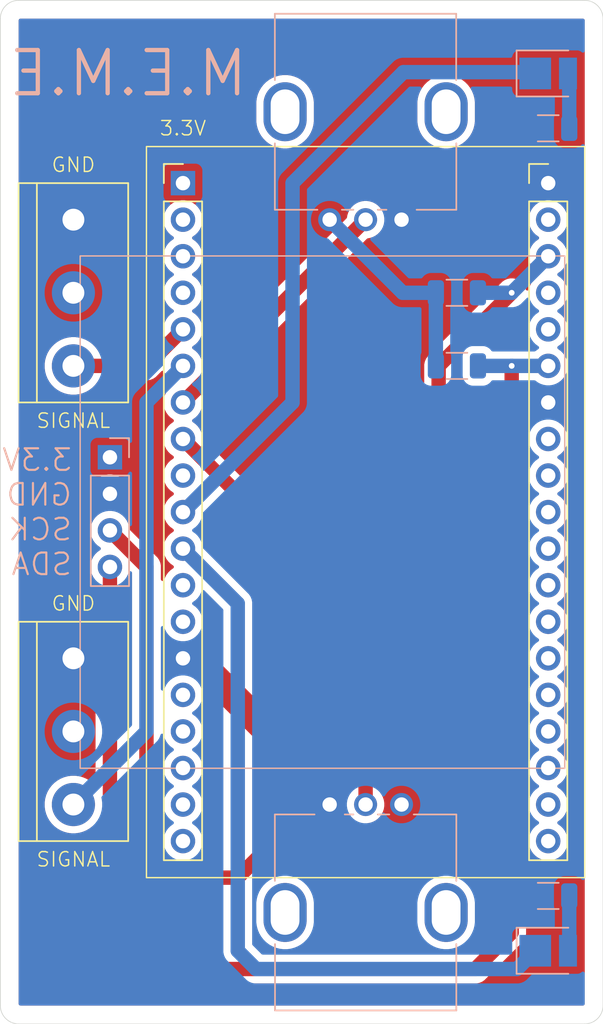
<source format=kicad_pcb>
(kicad_pcb (version 20241229) (generator "pcbnew") (generator_version "9.0")
  (layers (0 "F.Cu" signal) (2 "B.Cu" signal) (13 "F.Paste" user) (15 "B.Paste" user) (5 "F.SilkS" user "F.Silkscreen") (7 "B.SilkS" user "B.Silkscreen") (1 "F.Mask" user) (3 "B.Mask" user) (25 "Edge.Cuts" user))
  (net 0 "")
  (net 1 "Net-(D1-K)")
  (net 2 "Net-(D1-A)")
  (net 3 "Net-(D2-K)")
  (net 4 "Net-(D2-A)")
  (net 5 "GND")
  (net 6 "Net-(J1-Pin_3)")
  (net 7 "+3.3V")
  (net 8 "Net-(J2-Pin_3)")
  (net 13 "+5V")
  (net 14 "Net-(J3-Pin_7)")
  (net 15 "Net-(J3-Pin_8)")
  (net 28 "Net-(J4-Pin_6)")
  (net 33 "Net-(J4-Pin_3)")
  (footprint "Connector_PinHeader_2.54mm:PinHeader_1x19_P2.54mm_Vertical" (layer "F.Cu") (at 101.6 50.8)
    (property "Reference" "J4" (hide yes))
    (property "Value" "Conn_01x19_Socket" (hide yes))
    (fp_line (start -1.33 -1.33) (end 0 -1.33) (stroke (width 0.12)) (layer "F.SilkS"))
    (fp_line (start -1.33 0) (end -1.33 -1.33) (stroke (width 0.12)) (layer "F.SilkS"))
    (fp_line (start -1.33 1.27) (end -1.33 47.05) (stroke (width 0.12)) (layer "F.SilkS"))
    (fp_line (start -1.33 1.27) (end 1.33 1.27) (stroke (width 0.12)) (layer "F.SilkS"))
    (fp_line (start -1.33 47.05) (end 1.33 47.05) (stroke (width 0.12)) (layer "F.SilkS"))
    (fp_line (start 1.33 1.27) (end 1.33 47.05) (stroke (width 0.12)) (layer "F.SilkS"))
    (pad "1" thru_hole rect (at 0 0) (size 1.7 1.7) (drill 1) (layers "*.Cu" "*.Mask") (net 5 "GND"))
    (pad "2" thru_hole oval (at 0 2.54) (size 1.7 1.7) (drill 1) (layers "*.Cu" "*.Mask"))
    (pad "3" thru_hole oval (at 0 5.08) (size 1.7 1.7) (drill 1) (layers "*.Cu" "*.Mask") (net 33 "Net-(J4-Pin_3)"))
    (pad "4" thru_hole oval (at 0 7.62) (size 1.7 1.7) (drill 1) (layers "*.Cu" "*.Mask"))
    (pad "5" thru_hole oval (at 0 10.16) (size 1.7 1.7) (drill 1) (layers "*.Cu" "*.Mask"))
    (pad "6" thru_hole oval (at 0 12.7) (size 1.7 1.7) (drill 1) (layers "*.Cu" "*.Mask") (net 28 "Net-(J4-Pin_6)"))
    (pad "7" thru_hole oval (at 0 15.24) (size 1.7 1.7) (drill 1) (layers "*.Cu" "*.Mask") (net 5 "GND"))
    (pad "8" thru_hole oval (at 0 17.78) (size 1.7 1.7) (drill 1) (layers "*.Cu" "*.Mask"))
    (pad "9" thru_hole oval (at 0 20.32) (size 1.7 1.7) (drill 1) (layers "*.Cu" "*.Mask"))
    (pad "10" thru_hole oval (at 0 22.86) (size 1.7 1.7) (drill 1) (layers "*.Cu" "*.Mask"))
    (pad "11" thru_hole oval (at 0 25.4) (size 1.7 1.7) (drill 1) (layers "*.Cu" "*.Mask"))
    (pad "12" thru_hole oval (at 0 27.94) (size 1.7 1.7) (drill 1) (layers "*.Cu" "*.Mask"))
    (pad "13" thru_hole oval (at 0 30.48) (size 1.7 1.7) (drill 1) (layers "*.Cu" "*.Mask"))
    (pad "14" thru_hole oval (at 0 33.02) (size 1.7 1.7) (drill 1) (layers "*.Cu" "*.Mask"))
    (pad "15" thru_hole oval (at 0 35.56) (size 1.7 1.7) (drill 1) (layers "*.Cu" "*.Mask"))
    (pad "16" thru_hole oval (at 0 38.1) (size 1.7 1.7) (drill 1) (layers "*.Cu" "*.Mask"))
    (pad "17" thru_hole oval (at 0 40.64) (size 1.7 1.7) (drill 1) (layers "*.Cu" "*.Mask"))
    (pad "18" thru_hole oval (at 0 43.18) (size 1.7 1.7) (drill 1) (layers "*.Cu" "*.Mask"))
    (pad "19" thru_hole oval (at 0 45.72) (size 1.7 1.7) (drill 1) (layers "*.Cu" "*.Mask"))
  )
  (footprint "TerminalBlock:TerminalBlock_bornier-3_P5.08mm" (layer "F.Cu") (at 68.58 83.82 -90)
    (property "Reference" "J1" (hide yes))
    (property "Value" "Conn_01x03_Pin" (hide yes))
    (fp_line (start -2.54 3.81) (end 12.7 3.81) (stroke (width 0.12)) (layer "F.SilkS"))
    (fp_line (start -2.54 3.81) (end -2.54 -3.81) (stroke (width 0.12)) (layer "F.SilkS"))
    (fp_line (start 12.7 3.81) (end 12.7 -3.81) (stroke (width 0.12)) (layer "F.SilkS"))
    (fp_line (start -2.54 2.54) (end 12.7 2.54) (stroke (width 0.12)) (layer "F.SilkS"))
    (fp_line (start -2.54 -3.81) (end 12.7 -3.81) (stroke (width 0.12)) (layer "F.SilkS"))
    (pad "1" thru_hole rect (at 0 0 270) (size 3 3) (drill 1.52) (layers "*.Cu" "*.Mask") (net 5 "GND"))
    (pad "2" thru_hole circle (at 5.08 0 270) (size 3 3) (drill 1.52) (layers "*.Cu" "*.Mask") (net 7 "+3.3V"))
    (pad "3" thru_hole circle (at 10.16 0 270) (size 3 3) (drill 1.52) (layers "*.Cu" "*.Mask") (net 6 "Net-(J1-Pin_3)"))
  )
  (footprint "TerminalBlock:TerminalBlock_bornier-3_P5.08mm" (layer "F.Cu") (at 68.58 53.34 -90)
    (property "Reference" "J2" (hide yes))
    (property "Value" "Conn_01x03_Pin" (hide yes))
    (fp_line (start -2.54 3.81) (end 12.7 3.81) (stroke (width 0.12)) (layer "F.SilkS"))
    (fp_line (start -2.54 3.81) (end -2.54 -3.81) (stroke (width 0.12)) (layer "F.SilkS"))
    (fp_line (start 12.7 3.81) (end 12.7 -3.81) (stroke (width 0.12)) (layer "F.SilkS"))
    (fp_line (start -2.54 2.54) (end 12.7 2.54) (stroke (width 0.12)) (layer "F.SilkS"))
    (fp_line (start -2.54 -3.81) (end 12.7 -3.81) (stroke (width 0.12)) (layer "F.SilkS"))
    (pad "1" thru_hole rect (at 0 0 270) (size 3 3) (drill 1.52) (layers "*.Cu" "*.Mask") (net 5 "GND"))
    (pad "2" thru_hole circle (at 5.08 0 270) (size 3 3) (drill 1.52) (layers "*.Cu" "*.Mask") (net 7 "+3.3V"))
    (pad "3" thru_hole circle (at 10.16 0 270) (size 3 3) (drill 1.52) (layers "*.Cu" "*.Mask") (net 8 "Net-(J2-Pin_3)"))
  )
  (footprint "Connector_PinHeader_2.54mm:PinHeader_1x19_P2.54mm_Vertical" (layer "F.Cu") (at 76.2 50.8)
    (property "Reference" "J3" (hide yes))
    (property "Value" "Conn_01x19_Socket" (hide yes))
    (fp_line (start -1.33 -1.33) (end 0 -1.33) (stroke (width 0.12)) (layer "F.SilkS"))
    (fp_line (start -1.33 0) (end -1.33 -1.33) (stroke (width 0.12)) (layer "F.SilkS"))
    (fp_line (start -1.33 1.27) (end -1.33 47.05) (stroke (width 0.12)) (layer "F.SilkS"))
    (fp_line (start -1.33 1.27) (end 1.33 1.27) (stroke (width 0.12)) (layer "F.SilkS"))
    (fp_line (start -1.33 47.05) (end 1.33 47.05) (stroke (width 0.12)) (layer "F.SilkS"))
    (fp_line (start 1.33 1.27) (end 1.33 47.05) (stroke (width 0.12)) (layer "F.SilkS"))
    (pad "1" thru_hole rect (at 0 0) (size 1.7 1.7) (drill 1) (layers "*.Cu" "*.Mask") (net 7 "+3.3V"))
    (pad "2" thru_hole oval (at 0 2.54) (size 1.7 1.7) (drill 1) (layers "*.Cu" "*.Mask"))
    (pad "3" thru_hole oval (at 0 5.08) (size 1.7 1.7) (drill 1) (layers "*.Cu" "*.Mask"))
    (pad "4" thru_hole oval (at 0 7.62) (size 1.7 1.7) (drill 1) (layers "*.Cu" "*.Mask"))
    (pad "5" thru_hole oval (at 0 10.16) (size 1.7 1.7) (drill 1) (layers "*.Cu" "*.Mask") (net 8 "Net-(J2-Pin_3)"))
    (pad "6" thru_hole oval (at 0 12.7) (size 1.7 1.7) (drill 1) (layers "*.Cu" "*.Mask") (net 6 "Net-(J1-Pin_3)"))
    (pad "7" thru_hole oval (at 0 15.24) (size 1.7 1.7) (drill 1) (layers "*.Cu" "*.Mask") (net 14 "Net-(J3-Pin_7)"))
    (pad "8" thru_hole oval (at 0 17.78) (size 1.7 1.7) (drill 1) (layers "*.Cu" "*.Mask") (net 15 "Net-(J3-Pin_8)"))
    (pad "9" thru_hole oval (at 0 20.32) (size 1.7 1.7) (drill 1) (layers "*.Cu" "*.Mask"))
    (pad "10" thru_hole oval (at 0 22.86) (size 1.7 1.7) (drill 1) (layers "*.Cu" "*.Mask") (net 2 "Net-(D1-A)"))
    (pad "11" thru_hole oval (at 0 25.4) (size 1.7 1.7) (drill 1) (layers "*.Cu" "*.Mask") (net 4 "Net-(D2-A)"))
    (pad "12" thru_hole oval (at 0 27.94) (size 1.7 1.7) (drill 1) (layers "*.Cu" "*.Mask"))
    (pad "13" thru_hole oval (at 0 30.48) (size 1.7 1.7) (drill 1) (layers "*.Cu" "*.Mask"))
    (pad "14" thru_hole oval (at 0 33.02) (size 1.7 1.7) (drill 1) (layers "*.Cu" "*.Mask") (net 5 "GND"))
    (pad "15" thru_hole oval (at 0 35.56) (size 1.7 1.7) (drill 1) (layers "*.Cu" "*.Mask"))
    (pad "16" thru_hole oval (at 0 38.1) (size 1.7 1.7) (drill 1) (layers "*.Cu" "*.Mask"))
    (pad "17" thru_hole oval (at 0 40.64) (size 1.7 1.7) (drill 1) (layers "*.Cu" "*.Mask"))
    (pad "18" thru_hole oval (at 0 43.18) (size 1.7 1.7) (drill 1) (layers "*.Cu" "*.Mask"))
    (pad "19" thru_hole oval (at 0 45.72) (size 1.7 1.7) (drill 1) (layers "*.Cu" "*.Mask") (net 13 "+5V"))
  )
  (footprint "Resistor_SMD:R_1206_3216Metric" (layer "B.Cu") (at 101.6 46.99 180)
    (property "Reference" "R3" (hide yes))
    (property "Value" "650R")
    (fp_line (start -0.727064 0.91) (end 0.727064 0.91) (stroke (width 0.12)) (layer "B.SilkS"))
    (fp_line (start -0.727064 -0.91) (end 0.727064 -0.91) (stroke (width 0.12)) (layer "B.SilkS"))
    (pad "1" smd roundrect (at -1.4625 0 180) (size 1.125 1.75) (layers "B.Cu" "B.Mask" "B.Paste") (roundrect_rratio 0.222222) (net 1 "Net-(D1-K)"))
    (pad "2" smd roundrect (at 1.4625 0 180) (size 1.125 1.75) (layers "B.Cu" "B.Mask" "B.Paste") (roundrect_rratio 0.222222) (net 5 "GND"))
  )
  (footprint "Resistor_SMD:R_1206_3216Metric" (layer "B.Cu") (at 95.25 63.5)
    (property "Reference" "R2" (hide yes))
    (property "Value" "4.7K")
    (fp_line (start -0.727064 -0.91) (end 0.727064 -0.91) (stroke (width 0.12)) (layer "B.SilkS"))
    (fp_line (start -0.727064 0.91) (end 0.727064 0.91) (stroke (width 0.12)) (layer "B.SilkS"))
    (pad "1" smd roundrect (at -1.4625 0) (size 1.125 1.75) (layers "B.Cu" "B.Mask" "B.Paste") (roundrect_rratio 0.222222) (net 7 "+3.3V"))
    (pad "2" smd roundrect (at 1.4625 0) (size 1.125 1.75) (layers "B.Cu" "B.Mask" "B.Paste") (roundrect_rratio 0.222222) (net 28 "Net-(J4-Pin_6)"))
  )
  (footprint "CustomLibrary:LED_PLCC_2835_AK" (layer "B.Cu") (at 101.6 104.14)
    (property "Reference" "D2" (hide yes))
    (property "Value" "LED" (hide yes))
    (fp_line (start -2.2 1.6) (end -2.2 -1.6) (stroke (width 0.12)) (layer "B.SilkS"))
    (fp_line (start 1.4 -1.6) (end -2.2 -1.6) (stroke (width 0.12)) (layer "B.SilkS"))
    (fp_line (start 1.4 1.6) (end -2.2 1.6) (stroke (width 0.12)) (layer "B.SilkS"))
    (pad "1" smd rect (at 1.375 0) (size 1.25 2.2) (layers "B.Cu" "B.Mask" "B.Paste") (net 3 "Net-(D2-K)"))
    (pad "2" smd rect (at -0.9 0) (size 2.2 2.2) (layers "B.Cu" "B.Mask" "B.Paste") (net 4 "Net-(D2-A)"))
  )
  (footprint "Resistor_SMD:R_1206_3216Metric" (layer "B.Cu") (at 95.25 58.42)
    (property "Reference" "R1" (hide yes))
    (property "Value" "4.7K")
    (fp_line (start -0.727064 -0.91) (end 0.727064 -0.91) (stroke (width 0.12)) (layer "B.SilkS"))
    (fp_line (start -0.727064 0.91) (end 0.727064 0.91) (stroke (width 0.12)) (layer "B.SilkS"))
    (pad "1" smd roundrect (at -1.4625 0) (size 1.125 1.75) (layers "B.Cu" "B.Mask" "B.Paste") (roundrect_rratio 0.222222) (net 7 "+3.3V"))
    (pad "2" smd roundrect (at 1.4625 0) (size 1.125 1.75) (layers "B.Cu" "B.Mask" "B.Paste") (roundrect_rratio 0.222222) (net 33 "Net-(J4-Pin_3)"))
  )
  (footprint "Rotary_Encoder:RotaryEncoder_Bourns_Vertical_PEC12R-3x17F-Nxxxx" (layer "B.Cu") (at 86.4 93.98 -90)
    (property "Reference" "SW2" (hide yes))
    (property "Value" "RotaryEncoder" (hide yes))
    (fp_line (start 0.69 3.81) (end 5.3 3.81) (stroke (width 0.12)) (layer "B.SilkS"))
    (fp_line (start 9.7 3.8) (end 14.31 3.8) (stroke (width 0.12)) (layer "B.SilkS"))
    (fp_line (start 14.31 3.8) (end 14.31 -8.81) (stroke (width 0.12)) (layer "B.SilkS"))
    (fp_line (start 0.69 1.05) (end 0.69 3.81) (stroke (width 0.12)) (layer "B.SilkS"))
    (fp_line (start 0.69 -1.05) (end 0.69 -1.65) (stroke (width 0.12)) (layer "B.SilkS"))
    (fp_line (start 0.69 -3.35) (end 0.69 -4.15) (stroke (width 0.12)) (layer "B.SilkS"))
    (fp_line (start 0.69 -5.85) (end 0.69 -8.81) (stroke (width 0.12)) (layer "B.SilkS"))
    (fp_line (start 5.3 -8.81) (end 0.69 -8.81) (stroke (width 0.12)) (layer "B.SilkS"))
    (fp_line (start 14.31 -8.81) (end 9.7 -8.81) (stroke (width 0.12)) (layer "B.SilkS"))
    (pad "A" thru_hole roundrect (at 0 0 270) (size 1.6 1.6) (drill 1) (layers "*.Cu" "*.Mask") (roundrect_rratio 0.15625) (net 5 "GND"))
    (pad "B" thru_hole circle (at 0 -5 270) (size 1.6 1.6) (drill 1) (layers "*.Cu" "*.Mask") (net 7 "+3.3V"))
    (pad "C" thru_hole circle (at 0 -2.5 270) (size 1.6 1.6) (drill 1) (layers "*.Cu" "*.Mask") (net 15 "Net-(J3-Pin_8)"))
    (pad "SH" thru_hole oval (at 7.5 -8.1 270) (size 4.1 3) (drill oval 3.1 2) (layers "*.Cu" "*.Mask"))
    (pad "SH" thru_hole oval (at 7.5 3.1 270) (size 4.1 3) (drill oval 3.1 2) (layers "*.Cu" "*.Mask"))
  )
  (footprint "Resistor_SMD:R_1206_3216Metric" (layer "B.Cu") (at 101.6 100.33 180)
    (property "Reference" "R4" (hide yes))
    (property "Value" "650R")
    (fp_line (start -0.727064 0.91) (end 0.727064 0.91) (stroke (width 0.12)) (layer "B.SilkS"))
    (fp_line (start -0.727064 -0.91) (end 0.727064 -0.91) (stroke (width 0.12)) (layer "B.SilkS"))
    (pad "1" smd roundrect (at -1.4625 0 180) (size 1.125 1.75) (layers "B.Cu" "B.Mask" "B.Paste") (roundrect_rratio 0.222222) (net 3 "Net-(D2-K)"))
    (pad "2" smd roundrect (at 1.4625 0 180) (size 1.125 1.75) (layers "B.Cu" "B.Mask" "B.Paste") (roundrect_rratio 0.222222) (net 5 "GND"))
  )
  (footprint "CustomLibrary:LED_PLCC_2835_AK" (layer "B.Cu") (at 101.6 43.18)
    (property "Reference" "D1" (hide yes))
    (property "Value" "LED" (hide yes))
    (fp_line (start -2.2 1.6) (end -2.2 -1.6) (stroke (width 0.12)) (layer "B.SilkS"))
    (fp_line (start 1.4 -1.6) (end -2.2 -1.6) (stroke (width 0.12)) (layer "B.SilkS"))
    (fp_line (start 1.4 1.6) (end -2.2 1.6) (stroke (width 0.12)) (layer "B.SilkS"))
    (pad "1" smd rect (at 1.375 0) (size 1.25 2.2) (layers "B.Cu" "B.Mask" "B.Paste") (net 1 "Net-(D1-K)"))
    (pad "2" smd rect (at -0.9 0) (size 2.2 2.2) (layers "B.Cu" "B.Mask" "B.Paste") (net 2 "Net-(D1-A)"))
  )
  (footprint "Connector_PinHeader_2.54mm:PinHeader_1x04_P2.54mm_Vertical" (layer "B.Cu") (at 71.12 69.85 180)
    (property "Reference" "J5" (hide yes))
    (property "Value" "Conn_01x04_Socket" (hide yes))
    (fp_line (start 1.33 -1.27) (end 1.33 -8.95) (stroke (width 0.12)) (layer "B.SilkS"))
    (fp_line (start -1.33 1.33) (end 0 1.33) (stroke (width 0.12)) (layer "B.SilkS"))
    (fp_line (start -1.33 0) (end -1.33 1.33) (stroke (width 0.12)) (layer "B.SilkS"))
    (fp_line (start -1.33 -1.27) (end 1.33 -1.27) (stroke (width 0.12)) (layer "B.SilkS"))
    (fp_line (start -1.33 -1.27) (end -1.33 -8.95) (stroke (width 0.12)) (layer "B.SilkS"))
    (fp_line (start -1.33 -8.95) (end 1.33 -8.95) (stroke (width 0.12)) (layer "B.SilkS"))
    (pad "1" thru_hole rect (at 0 0 180) (size 1.7 1.7) (drill 1) (layers "*.Cu" "*.Mask") (net 7 "+3.3V"))
    (pad "2" thru_hole oval (at 0 -2.54 180) (size 1.7 1.7) (drill 1) (layers "*.Cu" "*.Mask") (net 5 "GND"))
    (pad "3" thru_hole oval (at 0 -5.08 180) (size 1.7 1.7) (drill 1) (layers "*.Cu" "*.Mask") (net 33 "Net-(J4-Pin_3)"))
    (pad "4" thru_hole oval (at 0 -7.62 180) (size 1.7 1.7) (drill 1) (layers "*.Cu" "*.Mask") (net 28 "Net-(J4-Pin_6)"))
  )
  (footprint "Rotary_Encoder:RotaryEncoder_Bourns_Vertical_PEC12R-3x17F-Nxxxx" (layer "B.Cu") (at 91.4 53.34 90)
    (property "Reference" "SW1" (hide yes))
    (property "Value" "RotaryEncoder" (hide yes))
    (fp_line (start 14.31 -8.81) (end 9.7 -8.81) (stroke (width 0.12)) (layer "B.SilkS"))
    (fp_line (start 5.3 -8.81) (end 0.69 -8.81) (stroke (width 0.12)) (layer "B.SilkS"))
    (fp_line (start 0.69 -5.85) (end 0.69 -8.81) (stroke (width 0.12)) (layer "B.SilkS"))
    (fp_line (start 0.69 -3.35) (end 0.69 -4.15) (stroke (width 0.12)) (layer "B.SilkS"))
    (fp_line (start 0.69 -1.05) (end 0.69 -1.65) (stroke (width 0.12)) (layer "B.SilkS"))
    (fp_line (start 0.69 1.05) (end 0.69 3.81) (stroke (width 0.12)) (layer "B.SilkS"))
    (fp_line (start 14.31 3.8) (end 14.31 -8.81) (stroke (width 0.12)) (layer "B.SilkS"))
    (fp_line (start 9.7 3.8) (end 14.31 3.8) (stroke (width 0.12)) (layer "B.SilkS"))
    (fp_line (start 0.69 3.81) (end 5.3 3.81) (stroke (width 0.12)) (layer "B.SilkS"))
    (pad "A" thru_hole roundrect (at 0 0 90) (size 1.6 1.6) (drill 1) (layers "*.Cu" "*.Mask") (roundrect_rratio 0.15625) (net 5 "GND"))
    (pad "B" thru_hole circle (at 0 -5 90) (size 1.6 1.6) (drill 1) (layers "*.Cu" "*.Mask") (net 7 "+3.3V"))
    (pad "C" thru_hole circle (at 0 -2.5 90) (size 1.6 1.6) (drill 1) (layers "*.Cu" "*.Mask") (net 14 "Net-(J3-Pin_7)"))
    (pad "SH" thru_hole oval (at 7.5 -8.1 90) (size 4.1 3) (drill oval 3.1 2) (layers "*.Cu" "*.Mask"))
    (pad "SH" thru_hole oval (at 7.5 3.1 90) (size 4.1 3) (drill oval 3.1 2) (layers "*.Cu" "*.Mask"))
  )
  (gr_rect (start 73.66 48.26) (end 104.14 99.06) (stroke (width 0.1)) (fill no) (layer "F.SilkS"))
  (gr_rect (start 69.05 55.86) (end 102.75 91.46) (stroke (width 0.1)) (fill no) (layer "B.SilkS"))
  (gr_arc (start 104.14 38.1) (mid 105.038026 38.471974) (end 105.41 39.37) (stroke (width 0.05)) (layer "Edge.Cuts"))
  (gr_line (start 104.14 38.1) (end 64.77 38.1) (stroke (width 0.05)) (layer "Edge.Cuts"))
  (gr_arc (start 105.409999 107.949999) (mid 105.038025 108.848025) (end 104.139999 109.219999) (stroke (width 0.05)) (layer "Edge.Cuts"))
  (gr_arc (start 63.500001 39.370001) (mid 63.871975 38.471975) (end 64.770001 38.100001) (stroke (width 0.05)) (layer "Edge.Cuts"))
  (gr_line (start 63.500001 39.37) (end 63.500001 107.95) (stroke (width 0.05)) (layer "Edge.Cuts"))
  (gr_arc (start 64.770001 109.219999) (mid 63.871975 108.848025) (end 63.500001 107.949999) (stroke (width 0.05)) (layer "Edge.Cuts"))
  (gr_line (start 64.770001 109.219998) (end 104.14 109.219999) (stroke (width 0.05)) (layer "Edge.Cuts"))
  (gr_line (start 105.409999 107.95) (end 105.41 39.37) (stroke (width 0.05)) (layer "Edge.Cuts"))
  (gr_text "3.3V" (at 76.2 46.99 0) (layer "F.SilkS") (effects (font (size 1 1) (thickness 0.1))))
  (gr_text "GND" (at 68.58 49.53 0) (layer "F.SilkS") (effects (font (size 1 1) (thickness 0.1))))
  (gr_text "GND" (at 68.58 80.01 0) (layer "F.SilkS") (effects (font (size 1 1) (thickness 0.1))))
  (gr_text "SIGNAL" (at 68.58 67.31 0) (layer "F.SilkS") (effects (font (size 1 1) (thickness 0.1))))
  (gr_text "SIGNAL" (at 68.58 97.79 0) (layer "F.SilkS") (effects (font (size 1 1) (thickness 0.1))))
  (gr_text "3.3V\nGND\nSCK\nSDA" (at 68.58 73.66 0) (layer "B.SilkS") (effects (font (size 1.5 1.5)) (justify left mirror)))
  (gr_text "M.E.M.E" (at 72.39 43.18 0) (layer "B.SilkS") (effects (font (size 3 3) (thickness 0.3)) (justify mirror)))
  (segment (start 103.0625 43.2675) (end 102.975 43.18) (width 1) (layer "B.Cu") (net 1))
  (segment (start 103.0625 46.99) (end 103.0625 43.2675) (width 1) (layer "B.Cu") (net 1))
  (segment (start 83.82 50.8) (end 91.531 43.089) (width 1) (layer "B.Cu") (net 2))
  (segment (start 76.2 73.66) (end 83.82 66.04) (width 1) (layer "B.Cu") (net 2))
  (segment (start 100.609 43.089) (end 100.7 43.18) (width 1) (layer "B.Cu") (net 2))
  (segment (start 83.82 66.04) (end 83.82 50.8) (width 1) (layer "B.Cu") (net 2))
  (segment (start 91.531 43.089) (end 100.609 43.089) (width 1) (layer "B.Cu") (net 2))
  (segment (start 103.0625 104.0525) (end 102.975 104.14) (width 1) (layer "B.Cu") (net 3))
  (segment (start 103.0625 100.33) (end 103.0625 104.0525) (width 1) (layer "B.Cu") (net 3))
  (segment (start 80.01 80.01) (end 76.2 76.2) (width 1) (layer "B.Cu") (net 4))
  (segment (start 81.28 105.41) (end 80.01 104.14) (width 1) (layer "B.Cu") (net 4))
  (segment (start 80.01 104.14) (end 80.01 80.01) (width 1) (layer "B.Cu") (net 4))
  (segment (start 99.43 105.41) (end 81.28 105.41) (width 1) (layer "B.Cu") (net 4))
  (segment (start 100.7 104.14) (end 99.43 105.41) (width 1) (layer "B.Cu") (net 4))
  (segment (start 77.04 83.82) (end 76.2 83.82) (width 2) (layer "F.Cu") (net 5))
  (segment (start 86.4 93.18) (end 77.04 83.82) (width 2) (layer "F.Cu") (net 5))
  (segment (start 86.4 93.98) (end 86.4 93.18) (width 2) (layer "F.Cu") (net 5))
  (segment (start 68.58 93.98) (end 73.66 88.9) (width 1) (layer "B.Cu") (net 6))
  (segment (start 73.66 88.9) (end 73.66 66.04) (width 1) (layer "B.Cu") (net 6))
  (segment (start 73.66 66.04) (end 76.2 63.5) (width 1) (layer "B.Cu") (net 6))
  (segment (start 86.4 53.34) (end 91.48 58.42) (width 1) (layer "B.Cu") (net 7))
  (segment (start 91.48 58.42) (end 93.7875 58.42) (width 1) (layer "B.Cu") (net 7))
  (segment (start 93.7875 58.42) (end 93.7875 63.5) (width 1) (layer "B.Cu") (net 7))
  (segment (start 73.66 63.5) (end 76.2 60.96) (width 1) (layer "F.Cu") (net 8))
  (segment (start 68.58 63.5) (end 73.66 63.5) (width 1) (layer "F.Cu") (net 8))
  (segment (start 76.2 66.04) (end 88.9 53.34) (width 1) (layer "F.Cu") (net 14))
  (segment (start 88.9 81.28) (end 76.2 68.58) (width 1) (layer "F.Cu") (net 15))
  (segment (start 88.9 93.98) (end 88.9 81.28) (width 1) (layer "F.Cu") (net 15))
  (segment (start 71.12 99.06) (end 77.47 105.41) (width 1) (layer "F.Cu") (net 28))
  (segment (start 77.47 105.41) (end 96.52 105.41) (width 1) (layer "F.Cu") (net 28))
  (segment (start 99.06 102.87) (end 99.06 63.5) (width 1) (layer "F.Cu") (net 28))
  (segment (start 71.12 77.47) (end 71.12 99.06) (width 1) (layer "F.Cu") (net 28))
  (segment (start 96.52 105.41) (end 99.06 102.87) (width 1) (layer "F.Cu") (net 28))
  (via (at 99.06 63.5) (size 1) (drill 0.4) (layers "F.Cu" "B.Cu") (net 28))
  (segment (start 99.06 63.5) (end 96.7125 63.5) (width 1) (layer "B.Cu") (net 28))
  (segment (start 101.6 63.5) (end 99.06 63.5) (width 1) (layer "B.Cu") (net 28))
  (segment (start 73.66 97.79) (end 74.93 99.06) (width 1) (layer "F.Cu") (net 33))
  (segment (start 82.55 96.52) (end 92.71 96.52) (width 1) (layer "F.Cu") (net 33))
  (segment (start 93.98 63.5) (end 99.06 58.42) (width 1) (layer "F.Cu") (net 33))
  (segment (start 92.71 96.52) (end 93.98 95.25) (width 1) (layer "F.Cu") (net 33))
  (segment (start 74.93 99.06) (end 80.01 99.06) (width 1) (layer "F.Cu") (net 33))
  (segment (start 80.01 99.06) (end 82.55 96.52) (width 1) (layer "F.Cu") (net 33))
  (segment (start 71.12 74.93) (end 73.66 77.47) (width 1) (layer "F.Cu") (net 33))
  (segment (start 73.66 77.47) (end 73.66 97.79) (width 1) (layer "F.Cu") (net 33))
  (segment (start 93.98 95.25) (end 93.98 63.5) (width 1) (layer "F.Cu") (net 33))
  (via (at 99.06 58.42) (size 1) (drill 0.4) (layers "F.Cu" "B.Cu") (net 33))
  (segment (start 99.06 58.42) (end 101.6 55.88) (width 1) (layer "B.Cu") (net 33))
  (segment (start 96.7125 58.42) (end 99.06 58.42) (width 1) (layer "B.Cu") (net 33))
  (zone (net 7) (net_name "+3.3V") (layer "F.Cu") (connect_pads yes (clearance 0.5)) (min_thickness 0.25) (fill yes (thermal_gap 0.5) (thermal_bridge_width 0.5))
    (polygon (pts (xy 64.77 39.37) (xy 104.14 39.37) (xy 104.14 107.95) (xy 64.77 107.95)))
  )
  (zone (net 5) (net_name "GND") (layer "B.Cu") (priority 1) (connect_pads yes (clearance 0.5)) (min_thickness 0.25) (fill yes (thermal_gap 0.5) (thermal_bridge_width 0.5))
    (polygon (pts (xy 64.77 39.37) (xy 104.14 39.37) (xy 104.14 107.95) (xy 64.77 107.95)))
  )
)
</source>
